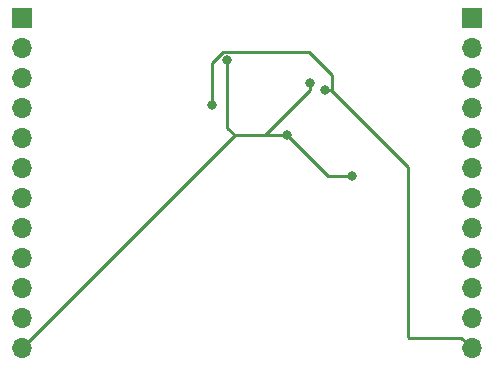
<source format=gbl>
%TF.GenerationSoftware,KiCad,Pcbnew,(5.1.9-0-10_14)*%
%TF.CreationDate,2021-08-20T09:16:23+02:00*%
%TF.ProjectId,WM8758B_breakout,574d3837-3538-4425-9f62-7265616b6f75,rev?*%
%TF.SameCoordinates,Original*%
%TF.FileFunction,Copper,L2,Bot*%
%TF.FilePolarity,Positive*%
%FSLAX46Y46*%
G04 Gerber Fmt 4.6, Leading zero omitted, Abs format (unit mm)*
G04 Created by KiCad (PCBNEW (5.1.9-0-10_14)) date 2021-08-20 09:16:23*
%MOMM*%
%LPD*%
G01*
G04 APERTURE LIST*
%TA.AperFunction,ComponentPad*%
%ADD10O,1.700000X1.700000*%
%TD*%
%TA.AperFunction,ComponentPad*%
%ADD11R,1.700000X1.700000*%
%TD*%
%TA.AperFunction,ViaPad*%
%ADD12C,0.800000*%
%TD*%
%TA.AperFunction,Conductor*%
%ADD13C,0.250000*%
%TD*%
G04 APERTURE END LIST*
D10*
%TO.P,J1,12*%
%TO.N,GND*%
X134620000Y-120650000D03*
%TO.P,J1,11*%
%TO.N,MCLK*%
X134620000Y-118110000D03*
%TO.P,J1,10*%
%TO.N,DACDAT*%
X134620000Y-115570000D03*
%TO.P,J1,9*%
%TO.N,ADCDAT*%
X134620000Y-113030000D03*
%TO.P,J1,8*%
%TO.N,BCLK*%
X134620000Y-110490000D03*
%TO.P,J1,7*%
%TO.N,LRC*%
X134620000Y-107950000D03*
%TO.P,J1,6*%
%TO.N,R2_GPIO3*%
X134620000Y-105410000D03*
%TO.P,J1,5*%
%TO.N,RIN*%
X134620000Y-102870000D03*
%TO.P,J1,4*%
%TO.N,RIP*%
X134620000Y-100330000D03*
%TO.P,J1,3*%
%TO.N,L2_GPIO2*%
X134620000Y-97790000D03*
%TO.P,J1,2*%
%TO.N,LIN*%
X134620000Y-95250000D03*
D11*
%TO.P,J1,1*%
%TO.N,LIP*%
X134620000Y-92710000D03*
%TD*%
%TO.P,J2,1*%
%TO.N,MICBIAS*%
X172720000Y-92710000D03*
D10*
%TO.P,J2,2*%
%TO.N,LOUT1*%
X172720000Y-95250000D03*
%TO.P,J2,3*%
%TO.N,ROUT1*%
X172720000Y-97790000D03*
%TO.P,J2,4*%
%TO.N,LOUT2*%
X172720000Y-100330000D03*
%TO.P,J2,5*%
%TO.N,ROUT2*%
X172720000Y-102870000D03*
%TO.P,J2,6*%
%TO.N,OUT3*%
X172720000Y-105410000D03*
%TO.P,J2,7*%
%TO.N,OUT4*%
X172720000Y-107950000D03*
%TO.P,J2,8*%
%TO.N,MODE*%
X172720000Y-110490000D03*
%TO.P,J2,9*%
%TO.N,SDIN*%
X172720000Y-113030000D03*
%TO.P,J2,10*%
%TO.N,SCLK*%
X172720000Y-115570000D03*
%TO.P,J2,11*%
%TO.N,CSB_GPIO1*%
X172720000Y-118110000D03*
%TO.P,J2,12*%
%TO.N,VDD*%
X172720000Y-120650000D03*
%TD*%
D12*
%TO.N,GND*%
X162560000Y-106045000D03*
X159004000Y-98171000D03*
X152019000Y-96266000D03*
X157099000Y-102616000D03*
%TO.N,VDD*%
X150749000Y-100076000D03*
X160274000Y-98806000D03*
%TD*%
D13*
%TO.N,GND*%
X152654000Y-102616000D02*
X134874000Y-120396000D01*
X159004000Y-98171000D02*
X159004000Y-98806000D01*
X155194000Y-102616000D02*
X152654000Y-102616000D01*
X157099000Y-102616000D02*
X155194000Y-102616000D01*
X152019000Y-101981000D02*
X152654000Y-102616000D01*
X152019000Y-96266000D02*
X152019000Y-101981000D01*
X160274000Y-105791000D02*
X157099000Y-102616000D01*
X159004000Y-98806000D02*
X155194000Y-102616000D01*
X160528000Y-106045000D02*
X160274000Y-105791000D01*
X162560000Y-106045000D02*
X160528000Y-106045000D01*
%TO.N,VDD*%
X160274000Y-98806000D02*
X160839685Y-98806000D01*
X150749000Y-96462998D02*
X151670999Y-95540999D01*
X151670999Y-95540999D02*
X158913999Y-95540999D01*
X150749000Y-100076000D02*
X150749000Y-96462998D01*
X158913999Y-95540999D02*
X160909000Y-97536000D01*
X160909000Y-98736685D02*
X160839685Y-98806000D01*
X160909000Y-97536000D02*
X160909000Y-98736685D01*
X171831000Y-119761000D02*
X172720000Y-120650000D01*
X167439002Y-119761000D02*
X171831000Y-119761000D01*
X167349001Y-105315316D02*
X167349001Y-119670999D01*
X167349001Y-119670999D02*
X167439002Y-119761000D01*
X160839685Y-98806000D02*
X167349001Y-105315316D01*
%TD*%
M02*

</source>
